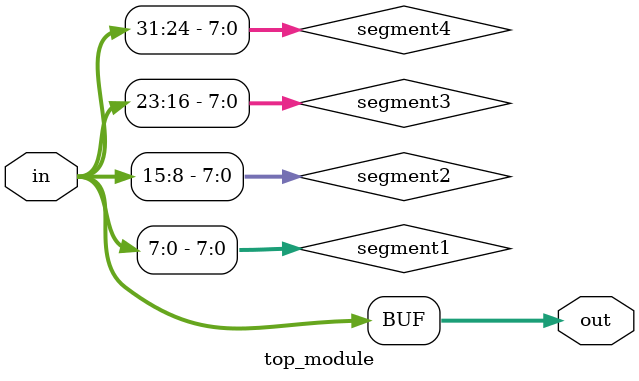
<source format=sv>
module top_module (
    input [31:0] in,
    output [31:0] out
);
    
    reg [7:0] segment1;
    reg [7:0] segment2;
    reg [7:0] segment3;
    reg [7:0] segment4;
    
    always @(*) begin
        segment1 = in[7:0];
        segment2 = in[15:8];
        segment3 = in[23:16];
        segment4 = in[31:24];
        
        out = {segment4, segment3, segment2, segment1};
    end
endmodule

</source>
